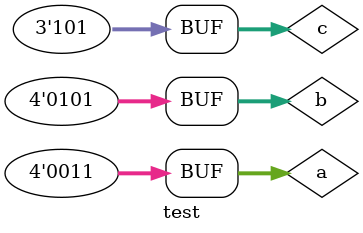
<source format=v>

module final ( output[3:0] s, input [3:0] a, input [3:0] b,  input [3:0] c,  input [3:0] d,  input [3:0] e,  input [3:0] f );
	wire [3:0] s1; //and ou nand
	wire [3:0] s2; //or ou nor
	wire [3:0] s3; //xor ou xnor
	wire [3:0] s4; // s1 ou s2
	// s = s3 ou s4;
	
	orsimples or1 ( s1, a, b );
	orsimples or2 ( s2, c, d );
	orsimples or3 ( s3, e, f );
	orsimples or4 ( s4, s1, s2 );
	orsimples or5 ( s, s3, s4 );
endmodule

module orsimples ( output[3:0] s, input [3:0] a, input [3:0] b );
	or ( s[0], a[0], b[0] );
	or ( s[1], a[1], b[1] );
	or ( s[2], a[2], b[2] );
	or ( s[3], a[3], b[3] );
endmodule

module andgate( output[3:0] s, input [2:0] c, input [3:0] a, input [3:0] b );
	wire [3:0] d; // operacao a e b
	wire [2:0] n; // chave negada
	wire aux; // auxiliar para AND da chave
	wire u; // AND bits chave
	
	and ( d[0], a[0], b[0] );
	and ( d[1], a[1], b[1] );
	and ( d[2], a[2], b[2] );
	and ( d[3], a[3], b[3] );
	
	not( n[0], c[0] );
	not( n[1], c[1] );
	not( n[2], c[2] );
	
	and ( aux, n[0], n[1] );
	and ( u, aux, n[2] );
	
	and ( s[0], u, d[0] );
	and ( s[1], u, d[1] );
	and ( s[2], u, d[2] );
	and ( s[3], u, d[3] );
endmodule

module nandgate( output[3:0] s, input [2:0] c, input [3:0] a, input [3:0] b );
	wire [3:0] d; // operacao a e b
	wire [2:0] n; // chave negada
	wire aux; // auxiliar para AND da chave
	wire u; // AND bits chave
	
	nand ( d[0], a[0], b[0] );
	nand ( d[1], a[1], b[1] );
	nand ( d[2], a[2], b[2] );
	nand ( d[3], a[3], b[3] );
	
	not( n[0], c[0] );
	not( n[1], c[1] );
	not( n[2], c[2] );
	
	and ( aux, c[0], n[1] );
	and ( u, aux, n[2] );
	
	and ( s[0], u, d[0] );
	and ( s[1], u, d[1] );
	and ( s[2], u, d[2] );
	and ( s[3], u, d[3] );
endmodule

module orgate( output[3:0] s, input [2:0] c, input [3:0] a, input [3:0] b );
	wire [3:0] d; // operacao a e b
	wire [2:0] n; // chave negada
	wire aux; // auxiliar para AND da chave
	wire u; // AND bits chave
	
	or ( d[0], a[0], b[0] );
	or ( d[1], a[1], b[1] );
	or ( d[2], a[2], b[2] );
	or ( d[3], a[3], b[3] );
	
	not( n[0], c[0] );
	not( n[1], c[1] );
	not( n[2], c[2] );
	
	and ( aux, n[0], c[1] );
	and ( u, aux, n[2] );
	
	and ( s[0], u, d[0] );
	and ( s[1], u, d[1] );
	and ( s[2], u, d[2] );
	and ( s[3], u, d[3] );
endmodule

module norgate( output[3:0] s, input [2:0] c, input [3:0] a, input [3:0] b );
	wire [3:0] d; // operacao a e b
	wire [2:0] n; // chave negada
	wire aux; // auxiliar para AND da chave
	wire u; // AND bits chave
	
	nor ( d[0], a[0], b[0] );
	nor ( d[1], a[1], b[1] );
	nor ( d[2], a[2], b[2] );
	nor ( d[3], a[3], b[3] );
	
	not( n[0], c[0] );
	not( n[1], c[1] );
	not( n[2], c[2] );
	
	and ( aux, c[0], c[1] );
	and ( u, aux, n[2] );
	
	and ( s[0], u, d[0] );
	and ( s[1], u, d[1] );
	and ( s[2], u, d[2] );
	and ( s[3], u, d[3] );
endmodule

module xorgate( output[3:0] s, input [2:0] c, input [3:0] a, input [3:0] b );
	wire [3:0] d; // operacao a e b
	wire [2:0] n; // chave negada
	wire aux; // auxiliar para AND da chave
	wire u; // AND bits chave
	
	xor ( d[0], a[0], b[0] );
	xor ( d[1], a[1], b[1] );
	xor ( d[2], a[2], b[2] );
	xor ( d[3], a[3], b[3] );
	
	not( n[0], c[0] );
	not( n[1], c[1] );
	not( n[2], c[2] );
	
	and ( aux, n[0], n[1] );
	and ( u, aux, c[2] );
	
	and ( s[0], u, d[0] );
	and ( s[1], u, d[1] );
	and ( s[2], u, d[2] );
	and ( s[3], u, d[3] );
endmodule

module xnorgate( output[3:0] s, input [2:0] c, input [3:0] a, input [3:0] b );
	wire [3:0] d; // operacao a e b
	wire [2:0] n; // chave negada
	wire aux; // auxiliar para AND da chave
	wire u; // AND bits chave
	
	xnor ( d[0], a[0], b[0] );
	xnor ( d[1], a[1], b[1] );
	xnor ( d[2], a[2], b[2] );
	xnor ( d[3], a[3], b[3] );
	
	not( n[0], c[0] );
	not( n[1], c[1] );
	not( n[2], c[2] );
	
	and ( aux, c[0], n[1] );
	and ( u, aux, c[2] );
	
	and ( s[0], u, d[0] );
	and ( s[1], u, d[1] );
	and ( s[2], u, d[2] );
	and ( s[3], u, d[3] );
endmodule


module test;
	/*
	AND = 000
	NAND = 001
	OR = 010
	NOR = 011
	XOR = 100
	XNOR = 101
	*/
	reg [3:0] a;
	reg [3:0] b;
	reg [2:0] c;
	wire [3:0] result;
	
	wire [3:0] t;
	wire [3:0] h;
	wire [3:0] e;
	wire [3:0] l;
	wire [3:0] d;
	wire [3:0] o;
	
	andgate z0 ( t, c, a, b );
	nandgate z1 ( h, c, a, b );
	orgate z2 ( e, c, a, b );
	norgate z3 ( l, c, a, b );
	xorgate z4 ( d, c, a, b );
	xnorgate z5 ( o, c, a, b );
	
	final f1 ( result, t, h, e, l, d, o );
	
	initial begin
		$monitor ( "%4b", result );
		a = 4'b0011;
		b = 4'b0101;
		c = 000;
		#1 c = 001;
		#1 c = 010;
		#1 c = 011;
		#1 c = 100;
		#1 c = 101;
	end
endmodule

</source>
